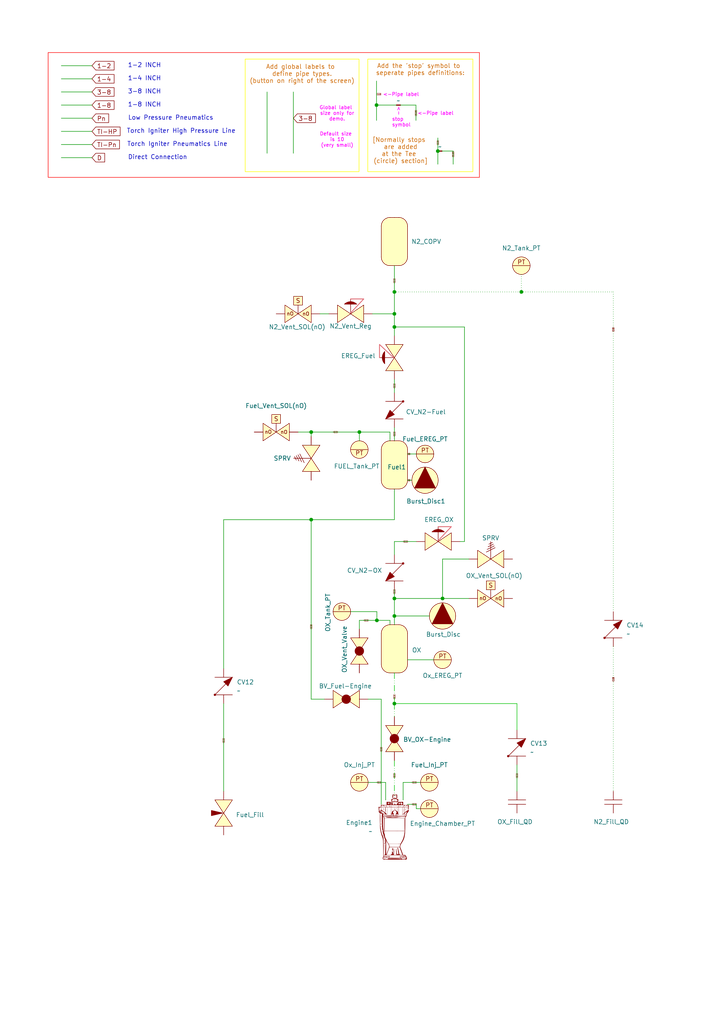
<source format=kicad_sch>
(kicad_sch (version 20250114) (generator "eeschema") (generator_version "9.0")
  (paper "A4" portrait)
  (lib_symbols
    (symbol "Ball_Valve_1"
      (property "Reference" "BV" (at 3.81 -4.318 0))
      (symbol "Ball_Valve_1_1_1"
        (pin passive line (at -2.54 0 0) (length 2.54) (name "") (number ""))
        (pin passive line (at 10.16 0 180) (length 2.54) (name "") (number ""))
      )
    )
    (symbol "Ball_Valve_2"
      (property "Reference" "BV" (at 3.81 -4.318 0))
      (symbol "Ball_Valve_2_1_1"
        (pin passive line (at -2.54 0 0) (length 2.54) (name "") (number ""))
        (pin passive line (at 10.16 0 180) (length 2.54) (name "") (number ""))
      )
    )
    (symbol "Burst_Disc_1"
      (property "Reference" "Burst_Disc" (at 0 -5.334 0))
      (symbol "Burst_Disc_1_1_1"
        (pin passive line (at -3.81 0 0) (length 0) (name "") (number ""))
        (pin passive line (at 0 -3.81 90) (length 0) (name "") (number ""))
        (pin passive line (at 3.81 0 180) (length 0) (name "") (number ""))
      )
    )
    (symbol "Check_Valve_1"
      (property "Reference" "CV" (at 2.54 -4.064 0))
      (symbol "Check_Valve_1_1_1"
        (pin bidirectional line (at -2.54 0 0) (length 2.54) (name "") (number ""))
        (pin bidirectional line (at 7.62 0 180) (length 2.54) (name "") (number ""))
      )
    )
    (symbol "Check_Valve_2"
      (property "Reference" "CV" (at 2.54 -4.064 0))
      (symbol "Check_Valve_2_1_1"
        (pin bidirectional line (at -2.54 0 0) (length 2.54) (name "") (number ""))
        (pin bidirectional line (at 7.62 0 180) (length 2.54) (name "") (number ""))
      )
    )
    (symbol "Check_Valve_3"
      (property "Reference" "CV" (at 2.54 -4.064 0))
      (symbol "Check_Valve_3_1_1"
        (pin bidirectional line (at -2.54 0 0) (length 2.54) (name "") (number ""))
        (pin bidirectional line (at 7.62 0 180) (length 2.54) (name "") (number ""))
      )
    )
    (symbol "Check_Valve_4"
      (property "Reference" "CV" (at 2.54 -4.064 0))
      (symbol "Check_Valve_4_1_1"
        (pin bidirectional line (at -2.54 0 0) (length 2.54) (name "") (number ""))
        (pin bidirectional line (at 7.62 0 180) (length 2.54) (name "") (number ""))
      )
    )
    (symbol "Normally Open Solenoid_1"
      (property "Reference" "nO_Sol" (at 3.81 -3.81 0))
      (symbol "Normally Open Solenoid_1_1_1"
        (text "nO\n\n" (at 1.524 -0.762 0) (effects (font (size 1 1))))
        (text "S\n" (at 3.81 3.81 0) (effects (font (size 1.27 1.27))))
        (text "nO" (at 6.096 0 0) (effects (font (size 1 1))))
        (pin passive line (at -2.54 0 0) (length 2.54) (name "") (number ""))
        (pin passive line (at 10.16 0 180) (length 2.54) (name "") (number ""))
      )
    )
    (symbol "Normally Open Solenoid_2"
      (property "Reference" "nO_Sol" (at 3.81 -3.81 0))
      (symbol "Normally Open Solenoid_2_1_1"
        (text "nO\n\n" (at 1.524 -0.762 0) (effects (font (size 1 1))))
        (text "S\n" (at 3.81 3.81 0) (effects (font (size 1.27 1.27))))
        (text "nO" (at 6.096 0 0) (effects (font (size 1 1))))
        (pin passive line (at -2.54 0 0) (length 2.54) (name "") (number ""))
        (pin passive line (at 10.16 0 180) (length 2.54) (name "") (number ""))
      )
    )
    (symbol "PID_symbols:Ball_Valve"
      (property "Reference" "BV" (at 3.81 -4.318 0))
      (symbol "Ball_Valve_1_1"
        (pin passive line (at -2.54 0 0) (length 2.54) (name "") (number ""))
        (pin passive line (at 10.16 0 180) (length 2.54) (name "") (number ""))
      )
    )
    (symbol "PID_symbols:Burst_Disc"
      (property "Reference" "Burst_Disc" (at 0 -5.334 0))
      (symbol "Burst_Disc_1_1"
        (pin passive line (at -3.81 0 0) (length 0) (name "") (number ""))
        (pin passive line (at 0 -3.81 90) (length 0) (name "") (number ""))
        (pin passive line (at 3.81 0 180) (length 0) (name "") (number ""))
      )
    )
    (symbol "PID_symbols:Check_Valve"
      (property "Reference" "CV" (at 2.54 -4.064 0))
      (symbol "Check_Valve_1_1"
        (pin bidirectional line (at -2.54 0 0) (length 2.54) (name "") (number ""))
        (pin bidirectional line (at 7.62 0 180) (length 2.54) (name "") (number ""))
      )
    )
    (symbol "PID_symbols:Engine"
      (property "Reference" "Engine" (at 0 0 0))
      (symbol "Engine_1_1"
        (pin input line (at -3.81 3.81 0) (length 0) (name "") (number ""))
        (pin input line (at -2.54 5.08 0) (length 0) (name "") (number ""))
        (pin input line (at 0 6.35 0) (length 0) (name "") (number ""))
        (pin input line (at 2.54 5.08 0) (length 0) (name "") (number ""))
        (pin input line (at 3.81 3.81 0) (length 0) (name "") (number ""))
      )
    )
    (symbol "PID_symbols:Needle_Valve"
      (property "Reference" "Needle_Valve" (at 3.556 -3.81 0))
      (symbol "Needle_Valve_1_1"
        (pin passive line (at -2.54 0 0) (length 2.54) (name "") (number ""))
        (pin passive line (at 10.16 0 180) (length 2.54) (name "") (number ""))
      )
    )
    (symbol "PID_symbols:Normally Open Solenoid"
      (property "Reference" "nO_Sol" (at 3.81 -3.81 0))
      (symbol "Normally Open Solenoid_1_1"
        (text "nO\n\n" (at 1.524 -0.762 0) (effects (font (size 1 1))))
        (text "S\n" (at 3.81 3.81 0) (effects (font (size 1.27 1.27))))
        (text "nO" (at 6.096 0 0) (effects (font (size 1 1))))
        (pin passive line (at -2.54 0 0) (length 2.54) (name "") (number ""))
        (pin passive line (at 10.16 0 180) (length 2.54) (name "") (number ""))
      )
    )
    (symbol "PID_symbols:Pressure_Regulator"
      (property "Reference" "Reg" (at 3.81 -2.54 0))
      (symbol "Pressure_Regulator_1_1"
        (pin passive line (at -2.54 0 0) (length 2.54) (name "") (number ""))
        (pin passive line (at 10.16 0 180) (length 2.54) (name "") (number ""))
      )
    )
    (symbol "PID_symbols:Pressure_Transducer"
      (property "Reference" "PT" (at 0 -3.81 0))
      (symbol "Pressure_Transducer_1_1"
        (text "PT\n" (at 0 1.016 0) (effects (font (size 1.27 1.27))))
        (pin passive line (at -2.54 0 0) (length 0) (name "") (number ""))
        (pin passive line (at 0 -2.54 90) (length 0) (name "") (number ""))
        (pin passive line (at 2.54 0 180) (length 0) (name "") (number ""))
      )
    )
    (symbol "PID_symbols:Quick_Disconnect"
      (property "Reference" "QD" (at 0.762 -4.572 0))
      (symbol "Quick_Disconnect_1_1"
        (pin passive line (at -2.54 0 0) (length 2.54) (name "") (number ""))
        (pin passive line (at 3.81 0 180) (length 2.54) (name "") (number ""))
      )
    )
    (symbol "PID_symbols:SPRV"
      (property "Reference" "SPRV" (at 3.556 -3.302 0))
      (symbol "SPRV_1_1"
        (pin passive line (at -2.54 0 0) (length 2.54) (name "") (number ""))
        (pin passive line (at 10.16 0 180) (length 2.54) (name "") (number ""))
      )
    )
    (symbol "PID_symbols:Tank"
      (property "Reference" "T" (at 6.35 5.08 0))
      (symbol "Tank_1_1"
        (pin passive line (at 1.27 11.43 270) (length 0) (name "") (number ""))
        (pin passive line (at 1.27 -2.54 90) (length 0) (name "") (number ""))
      )
    )
    (symbol "PID_symbols:stop" (in_bom no) (on_board no)
      (symbol "stop_1_1"
        (pin bidirectional line (at -1.27 0 0) (length 0) (name "") (number ""))
        (pin bidirectional line (at 0 0 180) (length 0) (name "") (number ""))
      )
    )
    (symbol "Pressure_Regulator_1"
      (property "Reference" "Reg" (at 3.81 -2.54 0))
      (symbol "Pressure_Regulator_1_1_1"
        (pin passive line (at -2.54 0 0) (length 2.54) (name "") (number ""))
        (pin passive line (at 10.16 0 180) (length 2.54) (name "") (number ""))
      )
    )
    (symbol "Pressure_Regulator_2"
      (property "Reference" "Reg" (at 3.81 -2.54 0))
      (symbol "Pressure_Regulator_2_1_1"
        (pin passive line (at -2.54 0 0) (length 2.54) (name "") (number ""))
        (pin passive line (at 10.16 0 180) (length 2.54) (name "") (number ""))
      )
    )
    (symbol "Pressure_Transducer_1"
      (property "Reference" "PT" (at 0 -3.81 0))
      (symbol "Pressure_Transducer_1_1_1"
        (text "PT\n" (at 0 1.016 0) (effects (font (size 1.27 1.27))))
        (pin passive line (at -2.54 0 0) (length 0) (name "") (number ""))
        (pin passive line (at 0 -2.54 90) (length 0) (name "") (number ""))
        (pin passive line (at 2.54 0 180) (length 0) (name "") (number ""))
      )
    )
    (symbol "Pressure_Transducer_2"
      (property "Reference" "PT" (at 0 -3.81 0))
      (symbol "Pressure_Transducer_2_1_1"
        (text "PT\n" (at 0 1.016 0) (effects (font (size 1.27 1.27))))
        (pin passive line (at -2.54 0 0) (length 0) (name "") (number ""))
        (pin passive line (at 0 -2.54 90) (length 0) (name "") (number ""))
        (pin passive line (at 2.54 0 180) (length 0) (name "") (number ""))
      )
    )
    (symbol "Pressure_Transducer_3"
      (property "Reference" "PT" (at 0 -3.81 0))
      (symbol "Pressure_Transducer_3_1_1"
        (text "PT\n" (at 0 1.016 0) (effects (font (size 1.27 1.27))))
        (pin passive line (at -2.54 0 0) (length 0) (name "") (number ""))
        (pin passive line (at 0 -2.54 90) (length 0) (name "") (number ""))
        (pin passive line (at 2.54 0 180) (length 0) (name "") (number ""))
      )
    )
    (symbol "Pressure_Transducer_4"
      (property "Reference" "PT" (at 0 -3.81 0))
      (symbol "Pressure_Transducer_4_1_1"
        (text "PT\n" (at 0 1.016 0) (effects (font (size 1.27 1.27))))
        (pin passive line (at -2.54 0 0) (length 0) (name "") (number ""))
        (pin passive line (at 0 -2.54 90) (length 0) (name "") (number ""))
        (pin passive line (at 2.54 0 180) (length 0) (name "") (number ""))
      )
    )
    (symbol "Pressure_Transducer_5"
      (property "Reference" "PT" (at 0 -3.81 0))
      (symbol "Pressure_Transducer_5_1_1"
        (text "PT\n" (at 0 1.016 0) (effects (font (size 1.27 1.27))))
        (pin passive line (at -2.54 0 0) (length 0) (name "") (number ""))
        (pin passive line (at 0 -2.54 90) (length 0) (name "") (number ""))
        (pin passive line (at 2.54 0 180) (length 0) (name "") (number ""))
      )
    )
    (symbol "Pressure_Transducer_6"
      (property "Reference" "PT" (at 0 -3.81 0))
      (symbol "Pressure_Transducer_6_1_1"
        (text "PT\n" (at 0 1.016 0) (effects (font (size 1.27 1.27))))
        (pin passive line (at -2.54 0 0) (length 0) (name "") (number ""))
        (pin passive line (at 0 -2.54 90) (length 0) (name "") (number ""))
        (pin passive line (at 2.54 0 180) (length 0) (name "") (number ""))
      )
    )
    (symbol "Pressure_Transducer_7"
      (property "Reference" "PT" (at 0 -3.81 0))
      (symbol "Pressure_Transducer_7_1_1"
        (text "PT\n" (at 0 1.016 0) (effects (font (size 1.27 1.27))))
        (pin passive line (at -2.54 0 0) (length 0) (name "") (number ""))
        (pin passive line (at 0 -2.54 90) (length 0) (name "") (number ""))
        (pin passive line (at 2.54 0 180) (length 0) (name "") (number ""))
      )
    )
    (symbol "Quick_Disconnect_1"
      (property "Reference" "QD" (at 0.762 -4.572 0))
      (symbol "Quick_Disconnect_1_1_1"
        (pin passive line (at -2.54 0 0) (length 2.54) (name "") (number ""))
        (pin passive line (at 3.81 0 180) (length 2.54) (name "") (number ""))
      )
    )
    (symbol "SPRV_1"
      (property "Reference" "SPRV" (at 3.556 -3.302 0))
      (symbol "SPRV_1_1_1"
        (pin passive line (at -2.54 0 0) (length 2.54) (name "") (number ""))
        (pin passive line (at 10.16 0 180) (length 2.54) (name "") (number ""))
      )
    )
    (symbol "Tank_1"
      (property "Reference" "T" (at 6.35 5.08 0))
      (symbol "Tank_1_1_1"
        (pin passive line (at 1.27 11.43 270) (length 0) (name "") (number ""))
        (pin passive line (at 1.27 -2.54 90) (length 0) (name "") (number ""))
      )
    )
    (symbol "Tank_2"
      (property "Reference" "T" (at 6.35 5.08 0))
      (symbol "Tank_2_1_1"
        (pin passive line (at 1.27 11.43 270) (length 0) (name "") (number ""))
        (pin passive line (at 1.27 -2.54 90) (length 0) (name "") (number ""))
      )
    )
    (symbol "stop_1" (in_bom no) (on_board no)
      (symbol "stop_1_1_1"
        (pin bidirectional line (at -1.27 0 0) (length 0) (name "") (number ""))
        (pin bidirectional line (at 0 0 180) (length 0) (name "") (number ""))
      )
    )
  )
  (rectangle (start 13.97 15.24) (end 139.065 51.435) (stroke (width 0) (color 255 0 0 1)))
  (rectangle (start 71.12 17.145) (end 104.14 49.784) (stroke (width 0) (color 255 255 0 1)))
  (rectangle (start 106.68 17.145) (end 137.16 49.784) (stroke (width 0) (color 255 255 0 1)))
  (text "Global label \nsize only for\ndemo." (at 97.79 33.02 0) (effects (font (size 1.016 1.016))))
  (text "Add the 'stop' symbol to \nseperate pipes definitions:\n" (at 121.92 20.32 0) (effects (font (size 1.27 1.27))))
  (text "[Normally stops \nare added\nat the Tee \n(circle) section]" (at 116.205 43.815 0) (effects (font (size 1.27 1.27))))
  (text "Low Pressure Pneumatics" (at 49.53 34.29 0) (effects (font (size 1.27 1.27))))
  (text "Torch Igniter Pneumatics Line" (at 51.435 41.91 0) (effects (font (size 1.27 1.27))))
  (text "1-4 INCH\n" (at 41.91 22.86 0) (effects (font (size 1.27 1.27))))
  (text "<-Pipe label\n" (at 116.332 27.559 0) (effects (font (size 1.016 1.016))))
  (text " Torch Igniter High Pressure Line" (at 52.07 38.1 0) (effects (font (size 1.27 1.27))))
  (text "1-8 INCH\n" (at 41.91 30.48 0) (effects (font (size 1.27 1.27))))
  (text "Default size \nis 10\n(very small)\n" (at 97.79 40.64 0) (effects (font (size 1.016 1.016))))
  (text "stop\nsymbol" (at 113.665 35.56 0) (effects (font (size 1.016 1.016)) (justify left)))
  (text "->" (at 115.57 32.385 90) (effects (font (size 1.016 1.016))))
  (text "<-Pipe label\n" (at 126.365 33.02 0) (effects (font (size 1.016 1.016))))
  (text "Add global labels to \ndefine pipe types.\n(button on right of the screen)" (at 87.63 21.59 0) (effects (font (size 1.27 1.27))))
  (text "1-2 INCH\n" (at 41.91 19.05 0) (effects (font (size 1.27 1.27))))
  (text "3-8 INCH\n" (at 41.91 26.67 0) (effects (font (size 1.27 1.27))))
  (text "Direct Connection" (at 45.72 45.72 0) (effects (font (size 1.27 1.27))))
  (junction (at 109.22 30.48))
  (junction (at 151.2282 84.6593))
  (junction (at 114.3982 178.6393))
  (junction (at 114.3982 84.6593))
  (junction (at 114.3982 204.0393))
  (junction (at 90.2682 125.2993))
  (junction (at 114.3982 173.5593))
  (junction (at 114.3982 94.8193))
  (junction (at 128.3682 173.5593))
  (junction (at 114.3982 91.0093))
  (junction (at 127 43.815))
  (junction (at 90.2682 150.6993))
  (junction (at 109.3182 179.9093))
  (junction (at 104.2382 125.2993))
  (wire (pts (xy 116.9382 231.9793) (xy 116.9382 226.8993)))
  (wire (pts (xy 86.4582 125.2993) (xy 90.2682 125.2993)))
  (wire (pts (xy 106.7782 202.7693) (xy 110.5882 202.7693)))
  (wire (pts (xy 90.2682 125.2993) (xy 104.2382 125.2993)))
  (wire (pts (xy 114.3982 110.0593) (xy 114.3982 113.8693)))
  (wire (pts (xy 17.78 30.48) (xy 26.67 30.48)))
  (wire (pts (xy 151.2282 84.6593) (xy 177.8982 84.6593)) (stroke (width 0) (type dot)))
  (wire (pts (xy 114.3982 178.6393) (xy 124.5582 178.6393)))
  (wire (pts (xy 64.8682 150.6993) (xy 90.2682 150.6993)))
  (wire (pts (xy 120.7482 234.5193) (xy 122.0182 234.5193)))
  (wire (pts (xy 128.3682 173.5593) (xy 135.9882 173.5593)))
  (wire (pts (xy 177.8982 84.6593) (xy 177.8982 177.3693)) (stroke (width 0) (type dot)))
  (wire (pts (xy 108.0482 91.0093) (xy 114.3982 91.0093)))
  (wire (pts (xy 110.5882 202.7693) (xy 110.5882 233.2493)))
  (wire (pts (xy 109.3182 179.9093) (xy 109.3182 177.3693)))
  (wire (pts (xy 64.8682 204.0393) (xy 64.8682 229.4393)))
  (wire (pts (xy 114.3982 141.8093) (xy 114.3982 150.6993)))
  (wire (pts (xy 127 43.815) (xy 127 47.625)))
  (wire (pts (xy 17.78 26.67) (xy 26.67 26.67)))
  (wire (pts (xy 118.2082 233.2493) (xy 120.7482 233.2493)))
  (wire (pts (xy 114.3982 195.1493) (xy 114.3982 204.0393)) (stroke (width 0) (type dash_dot_dot) (color 0 194 0 1)))
  (wire (pts (xy 133.4482 157.0493) (xy 134.7182 157.0493)))
  (wire (pts (xy 109.22 30.48) (xy 109.22 34.925)))
  (wire (pts (xy 104.2382 125.2993) (xy 113.1282 125.2993)))
  (wire (pts (xy 120.65 30.48) (xy 120.65 34.925)))
  (wire (pts (xy 151.2282 79.5793) (xy 151.2282 84.6593)) (stroke (width 0) (type dot)))
  (wire (pts (xy 114.3982 77.0393) (xy 114.3982 84.6593)))
  (wire (pts (xy 120.7482 233.2493) (xy 120.7482 234.5193)))
  (wire (pts (xy 114.3982 204.0393) (xy 114.3982 207.8493)) (stroke (width 0) (type dash_dot_dot) (color 0 194 0 1)))
  (wire (pts (xy 114.3982 94.8193) (xy 134.7182 94.8193)))
  (wire (pts (xy 85.09 26.67) (xy 85.09 44.45)))
  (wire (pts (xy 17.78 41.91) (xy 26.67 41.91)))
  (wire (pts (xy 64.8682 193.8793) (xy 64.8682 150.6993)))
  (wire (pts (xy 114.3982 84.6593) (xy 114.3982 91.0093)))
  (wire (pts (xy 131.445 43.815) (xy 131.445 47.625)))
  (wire (pts (xy 127 40.005) (xy 127 43.815)))
  (wire (pts (xy 114.3982 91.0093) (xy 114.3982 94.8193)))
  (wire (pts (xy 17.78 34.29) (xy 26.67 34.29)))
  (wire (pts (xy 114.3982 84.6593) (xy 151.2282 84.6593)) (stroke (width 0) (type dot)))
  (wire (pts (xy 128.3682 173.5593) (xy 128.3682 162.1293)))
  (wire (pts (xy 177.8982 187.5293) (xy 177.8982 229.4393)) (stroke (width 0) (type dot)))
  (wire (pts (xy 104.2382 179.9093) (xy 104.2382 182.4493)))
  (wire (pts (xy 113.1282 127.8393) (xy 113.1282 125.2993)))
  (wire (pts (xy 128.27 43.815) (xy 131.445 43.815)))
  (wire (pts (xy 101.6982 177.3693) (xy 109.3182 177.3693)))
  (wire (pts (xy 149.9582 221.8193) (xy 149.9582 229.4393)))
  (wire (pts (xy 109.22 23.495) (xy 109.22 30.48)))
  (wire (pts (xy 114.3982 150.6993) (xy 90.2682 150.6993)))
  (wire (pts (xy 118.2082 131.6493) (xy 120.7482 131.6493)))
  (wire (pts (xy 90.2682 150.6993) (xy 90.2682 202.7693)))
  (wire (pts (xy 114.3982 171.0193) (xy 114.3982 173.5593)))
  (wire (pts (xy 120.7482 157.0493) (xy 114.3982 157.0493)))
  (wire (pts (xy 118.2082 139.2693) (xy 119.4782 139.2693)))
  (wire (pts (xy 109.22 30.48) (xy 114.935 30.48)))
  (wire (pts (xy 109.3182 179.9093) (xy 104.2382 179.9093)))
  (wire (pts (xy 114.3982 178.6393) (xy 114.3982 181.1793)))
  (wire (pts (xy 114.3982 124.0293) (xy 114.3982 127.8393)))
  (wire (pts (xy 113.1282 179.9093) (xy 109.3182 179.9093)))
  (wire (pts (xy 149.9582 204.0393) (xy 149.9582 211.6593)) (stroke (width 0) (color 0 194 0 1)))
  (wire (pts (xy 114.3982 220.5493) (xy 114.3982 230.7093)) (stroke (width 0) (type dash_dot_dot) (color 0 194 0 1)))
  (wire (pts (xy 17.78 22.86) (xy 26.67 22.86)))
  (wire (pts (xy 104.2382 125.2993) (xy 104.2382 127.8393)))
  (wire (pts (xy 114.3982 173.5593) (xy 114.3982 178.6393)))
  (wire (pts (xy 116.205 30.48) (xy 120.65 30.48)))
  (wire (pts (xy 114.3982 173.5593) (xy 128.3682 173.5593)))
  (wire (pts (xy 113.1282 181.1793) (xy 113.1282 179.9093)))
  (wire (pts (xy 111.8582 226.8993) (xy 106.7782 226.8993)))
  (wire (pts (xy 114.3982 94.8193) (xy 114.3982 97.3593)))
  (wire (pts (xy 77.47 26.67) (xy 77.47 44.45)))
  (wire (pts (xy 116.9382 226.8993) (xy 122.0182 226.8993)))
  (wire (pts (xy 90.2682 125.2993) (xy 90.2682 126.5693)))
  (wire (pts (xy 17.78 19.05) (xy 26.67 19.05)))
  (wire (pts (xy 128.3682 162.1293) (xy 135.9882 162.1293)))
  (wire (pts (xy 92.8082 91.0093) (xy 95.3482 91.0093)))
  (wire (pts (xy 90.2682 202.7693) (xy 94.0782 202.7693)))
  (wire (pts (xy 17.78 45.72) (xy 26.67 45.72)))
  (wire (pts (xy 118.2082 191.3393) (xy 125.8282 191.3393)))
  (wire (pts (xy 17.78 38.1) (xy 26.67 38.1)))
  (wire (pts (xy 114.3982 157.0493) (xy 114.3982 160.8593)))
  (wire (pts (xy 134.7182 94.8193) (xy 134.7182 157.0493)))
  (wire (pts (xy 114.3982 204.0393) (xy 149.9582 204.0393)) (stroke (width 0) (color 0 194 0 1)))
  (wire (pts (xy 111.8582 231.9793) (xy 111.8582 226.8993)))
  (global_label "1-2" (shape input) (at 110.5882 218.0093 90) (effects (font (size 0.254 0.254))) (property "Intersheetrefs" "${INTERSHEET_REFS}" (effects (hide yes))))
  (global_label "1-4" (shape input) (at 114.3982 112.5993 90) (effects (font (size 0.254 0.254))) (property "Intersheetrefs" "${INTERSHEET_REFS}" (effects (hide yes))))
  (global_label "3-4" (shape input) (at 114.3982 202.7693 90) (effects (font (size 0.254 0.254))) (property "Intersheetrefs" "${INTERSHEET_REFS}" (effects (hide yes))))
  (global_label "Pn" (shape input) (at 26.67 34.29 0) (property "Intersheetrefs" "${INTERSHEET_REFS}" (effects (hide yes))))
  (global_label "1-8" (shape input) (at 177.8982 94.8193 270) (effects (font (size 0.254 0.254))) (property "Intersheetrefs" "${INTERSHEET_REFS}" (effects (hide yes))))
  (global_label "1-4" (shape input) (at 96.6182 125.2993 0) (effects (font (size 0.254 0.254))) (property "Intersheetrefs" "${INTERSHEET_REFS}" (effects (hide yes))))
  (global_label "TI-HP" (shape input) (at 131.445 43.815 270) (effects (font (size 0.254 0.254))) (property "Intersheetrefs" "${INTERSHEET_REFS}" (effects (hide yes))))
  (global_label "3-8" (shape input) (at 26.67 26.67 0) (property "Intersheetrefs" "${INTERSHEET_REFS}" (effects (hide yes))))
  (global_label "TI-Pn" (shape input) (at 26.67 41.91 0) (property "Intersheetrefs" "${INTERSHEET_REFS}" (effects (hide yes))))
  (global_label "1-2" (shape input) (at 90.2682 182.4493 90) (effects (font (size 0.254 0.254))) (property "Intersheetrefs" "${INTERSHEET_REFS}" (effects (hide yes))))
  (global_label "1-4" (shape input) (at 119.4782 226.8993 0) (effects (font (size 0.254 0.254))) (property "Intersheetrefs" "${INTERSHEET_REFS}" (effects (hide yes))))
  (global_label "TI-HP" (shape input) (at 26.67 38.1 0) (property "Intersheetrefs" "${INTERSHEET_REFS}" (effects (hide yes))))
  (global_label "3-8" (shape input) (at 85.09 34.29 0) (property "Intersheetrefs" "${INTERSHEET_REFS}" (effects (hide yes))))
  (global_label "1-8" (shape input) (at 26.67 30.48 0) (property "Intersheetrefs" "${INTERSHEET_REFS}" (effects (hide yes))))
  (global_label "1-4" (shape input) (at 109.3182 226.8993 0) (effects (font (size 0.254 0.254))) (property "Intersheetrefs" "${INTERSHEET_REFS}" (effects (hide yes))))
  (global_label "D" (shape input) (at 118.2082 131.6493 0) (effects (font (size 0.254 0.254))) (property "Intersheetrefs" "${INTERSHEET_REFS}" (effects (hide yes))))
  (global_label "1-4" (shape input) (at 114.3982 126.5693 90) (effects (font (size 0.254 0.254))) (property "Intersheetrefs" "${INTERSHEET_REFS}" (effects (hide yes))))
  (global_label "1-4" (shape input) (at 64.8682 215.4693 90) (effects (font (size 0.254 0.254))) (property "Intersheetrefs" "${INTERSHEET_REFS}" (effects (hide yes))))
  (global_label "1-4" (shape input) (at 105.5082 179.9093 0) (effects (font (size 0.254 0.254))) (property "Intersheetrefs" "${INTERSHEET_REFS}" (effects (hide yes))))
  (global_label "1-4" (shape input) (at 26.67 22.86 0) (property "Intersheetrefs" "${INTERSHEET_REFS}" (effects (hide yes))))
  (global_label "1-4" (shape input) (at 114.3982 172.2893 90) (effects (font (size 0.254 0.254))) (property "Intersheetrefs" "${INTERSHEET_REFS}" (effects (hide yes))))
  (global_label "1-4" (shape input) (at 116.9382 157.0493 0) (effects (font (size 0.254 0.254))) (property "Intersheetrefs" "${INTERSHEET_REFS}" (effects (hide yes))))
  (global_label "1-2" (shape input) (at 109.22 27.305 0) (effects (font (size 0.254 0.254))) (property "Intersheetrefs" "${INTERSHEET_REFS}" (effects (hide yes))))
  (global_label "D" (shape input) (at 26.67 45.72 0) (property "Intersheetrefs" "${INTERSHEET_REFS}" (effects (hide yes))))
  (global_label "D" (shape input) (at 118.2082 139.2693 0) (effects (font (size 0.254 0.254))) (property "Intersheetrefs" "${INTERSHEET_REFS}" (effects (hide yes))))
  (global_label "1-8" (shape input) (at 177.8982 197.6893 90) (effects (font (size 0.254 0.254))) (property "Intersheetrefs" "${INTERSHEET_REFS}" (effects (hide yes))))
  (global_label "3-4" (shape input) (at 114.3982 225.6293 90) (effects (font (size 0.254 0.254))) (property "Intersheetrefs" "${INTERSHEET_REFS}" (effects (hide yes))))
  (global_label "TI-HP" (shape input) (at 120.65 33.655 90) (effects (font (size 0.254 0.254))) (property "Intersheetrefs" "${INTERSHEET_REFS}" (effects (hide yes))))
  (global_label "1-4" (shape input) (at 114.3982 82.1193 90) (effects (font (size 0.254 0.254))) (property "Intersheetrefs" "${INTERSHEET_REFS}" (effects (hide yes))))
  (global_label "1-4" (shape input) (at 119.4782 233.2493 0) (effects (font (size 0.254 0.254))) (property "Intersheetrefs" "${INTERSHEET_REFS}" (effects (hide yes))))
  (global_label "1-2" (shape input) (at 127 40.64 270) (effects (font (size 0.254 0.254))) (property "Intersheetrefs" "${INTERSHEET_REFS}" (effects (hide yes))))
  (global_label "1-2" (shape input) (at 26.67 19.05 0) (property "Intersheetrefs" "${INTERSHEET_REFS}" (effects (hide yes))))
  (global_label "1-4" (shape input) (at 149.9582 225.6293 90) (effects (font (size 0.254 0.254))) (property "Intersheetrefs" "${INTERSHEET_REFS}" (effects (hide yes))))
  (symbol (lib_name "stop_1") (lib_id "PID_symbols:stop") (at 128.27 43.815 0) (unit 1) (in_bom no) (on_board no)
    (property "Reference" "U4" (effects (hide yes)))
    (property "Value" "~" (at 127.635 42.545 0))
  )
  (symbol (lib_id "PID_symbols:Ball_Valve") (at 96.6182 202.7693 0) (unit 1)
    (property "Reference" "BV_Fuel-Engine" (at 100.1742 198.9593 0))
  )
  (symbol (lib_name "SPRV_1") (lib_id "PID_symbols:SPRV") (at 138.5282 162.1293 0) (unit 1)
    (property "Reference" "SPRV" (at 142.3382 156.0333 0))
  )
  (symbol (lib_id "PID_symbols:SPRV") (at 90.2682 136.7293 90) (unit 1)
    (property "Reference" "SPRV" (at 79.3462 132.9193 90) (effects (justify right)))
  )
  (symbol (lib_name "Quick_Disconnect_1") (lib_id "PID_symbols:Quick_Disconnect") (at 149.9582 233.2493 90) (unit 1)
    (property "Reference" "OX_Fill_QD" (at 154.5302 238.3293 90) (effects (justify left)))
  )
  (symbol (lib_name "Pressure_Transducer_4") (lib_id "PID_symbols:Pressure_Transducer") (at 128.3682 191.3393 0) (unit 1)
    (property "Reference" "Ox_EREG_PT" (at 128.3682 195.9113 0))
  )
  (symbol (lib_id "PID_symbols:Needle_Valve") (at 64.8682 239.5993 90) (unit 1)
    (property "Reference" "Fuel_Fill" (at 68.4242 236.2973 90) (effects (justify right)))
  )
  (symbol (lib_name "Check_Valve_1") (lib_id "PID_symbols:Check_Valve") (at 114.3982 163.3993 270) (unit 1)
    (property "Reference" "CV_N2-OX" (at 110.8422 165.4313 90) (effects (justify right)))
  )
  (symbol (lib_name "Check_Valve_3") (lib_id "PID_symbols:Check_Valve") (at 177.8982 184.9893 90) (unit 1)
    (property "Reference" "CV14" (at 181.7082 181.3062 90) (effects (justify right)))
    (property "Value" "~" (at 181.7082 183.8462 90) (effects (justify right)))
  )
  (symbol (lib_id "PID_symbols:stop") (at 116.205 30.48 0) (unit 1) (in_bom no) (on_board no)
    (property "Reference" "U3" (effects (hide yes)))
    (property "Value" "~" (at 115.57 29.21 0))
  )
  (symbol (lib_name "Ball_Valve_1") (lib_id "PID_symbols:Ball_Valve") (at 114.3982 218.0093 90) (unit 1)
    (property "Reference" "BV_OX-Engine" (at 116.9382 214.4533 90) (effects (justify right)))
  )
  (symbol (lib_id "PID_symbols:Normally Open Solenoid") (at 82.6482 91.0093 0) (unit 1)
    (property "Reference" "N2_Vent_SOL(nO)" (at 86.2042 94.8193 0))
  )
  (symbol (lib_id "PID_symbols:Burst_Disc") (at 123.2882 139.2693 0) (unit 1)
    (property "Reference" "Burst_Disc1" (at 123.5422 145.3653 0))
  )
  (symbol (lib_name "Normally Open Solenoid_2") (lib_id "PID_symbols:Normally Open Solenoid") (at 138.5282 173.5593 0) (unit 1)
    (property "Reference" "OX_Vent_SOL(nO)" (at 143.3542 166.9553 0))
  )
  (symbol (lib_name "Pressure_Transducer_5") (lib_id "PID_symbols:Pressure_Transducer") (at 104.2382 226.8993 0) (unit 1)
    (property "Reference" "Ox_Inj_PT" (at 104.2382 221.8193 0))
  )
  (symbol (lib_name "Pressure_Transducer_3") (lib_id "PID_symbols:Pressure_Transducer") (at 99.1582 177.3693 0) (unit 1)
    (property "Reference" "OX_Tank_PT" (at 95.0942 177.6233 90))
  )
  (symbol (lib_name "Tank_1") (lib_id "PID_symbols:Tank") (at 113.1282 139.2693 0) (unit 1)
    (property "Reference" "Fuel1" (at 112.3662 135.4593 0) (effects (justify left)))
  )
  (symbol (lib_name "Pressure_Transducer_7") (lib_id "PID_symbols:Pressure_Transducer") (at 124.5582 234.5193 0) (unit 1)
    (property "Reference" "Engine_Chamber_PT" (at 128.3682 238.8373 0))
  )
  (symbol (lib_name "Check_Valve_2") (lib_id "PID_symbols:Check_Valve") (at 64.8682 201.4993 90) (unit 1)
    (property "Reference" "CV12" (at 68.6782 197.8162 90) (effects (justify right)))
    (property "Value" "~" (at 68.6782 200.3562 90) (effects (justify right)))
  )
  (symbol (lib_name "Pressure_Regulator_2") (lib_id "PID_symbols:Pressure_Regulator") (at 97.8882 91.0093 0) (unit 1)
    (property "Reference" "N2_Vent_Reg" (at 101.6982 94.5653 0))
    (property "Description" "Pressure Regulator" (effects (hide yes)))
  )
  (symbol (lib_name "Pressure_Transducer_6") (lib_id "PID_symbols:Pressure_Transducer") (at 124.5582 226.8993 0) (unit 1)
    (property "Reference" "Fuel_Inj_PT" (at 124.5582 221.8193 0))
  )
  (symbol (lib_id "PID_symbols:Pressure_Regulator") (at 114.3982 107.5193 90) (unit 1)
    (property "Reference" "EREG_Fuel" (at 98.9042 103.2013 90) (effects (justify right)))
    (property "Description" "Pressure Regulator" (effects (hide yes)))
  )
  (symbol (lib_id "PID_symbols:Check_Valve") (at 114.3982 116.4093 270) (unit 1)
    (property "Reference" "CV_N2-Fuel" (at 117.7002 119.4573 90) (effects (justify left)))
  )
  (symbol (lib_name "Normally Open Solenoid_1") (lib_id "PID_symbols:Normally Open Solenoid") (at 76.2982 125.2993 0) (unit 1)
    (property "Reference" "Fuel_Vent_SOL(nO)" (at 80.1082 117.6793 0))
  )
  (symbol (lib_id "PID_symbols:Pressure_Transducer") (at 151.2282 77.0393 0) (unit 1)
    (property "Reference" "N2_Tank_PT" (at 151.2282 71.9593 0))
  )
  (symbol (lib_name "Ball_Valve_2") (lib_id "PID_symbols:Ball_Valve") (at 104.2382 184.9893 270) (unit 1)
    (property "Reference" "OX_Vent_Valve" (at 99.9202 181.4333 0) (effects (justify left)))
  )
  (symbol (lib_id "PID_symbols:Tank") (at 113.1282 74.4993 0) (unit 1)
    (property "Reference" "N2_COPV" (at 119.3159 70.0542 0) (effects (justify left)))
  )
  (symbol (lib_name "Burst_Disc_1") (lib_id "PID_symbols:Burst_Disc") (at 128.3682 178.6393 0) (unit 1)
    (property "Reference" "Burst_Disc" (at 128.6222 183.9733 0))
  )
  (symbol (lib_id "PID_symbols:Engine") (at 114.3982 237.0593 0) (mirror y) (unit 1)
    (property "Reference" "Engine1" (at 108.0482 238.5761 0) (effects (justify left)))
    (property "Value" "~" (at 108.0482 241.1161 0) (effects (justify left)))
  )
  (symbol (lib_name "Pressure_Transducer_2") (lib_id "PID_symbols:Pressure_Transducer") (at 104.2382 130.3793 180) (unit 1)
    (property "Reference" "FUEL_Tank_PT" (at 103.4762 135.2053 0))
  )
  (symbol (lib_name "Tank_2") (lib_id "PID_symbols:Tank") (at 113.1282 192.6093 0) (unit 1)
    (property "Reference" "OX" (at 119.4782 188.5453 0) (effects (justify left)))
  )
  (symbol (lib_id "PID_symbols:Quick_Disconnect") (at 177.8982 233.2493 90) (unit 1)
    (property "Reference" "N2_Fill_QD" (at 182.4702 238.3293 90) (effects (justify left)))
  )
  (symbol (lib_name "Check_Valve_4") (lib_id "PID_symbols:Check_Valve") (at 149.9582 219.2793 90) (unit 1)
    (property "Reference" "CV13" (at 153.7682 215.5962 90) (effects (justify right)))
    (property "Value" "~" (at 153.7682 218.1362 90) (effects (justify right)))
  )
  (symbol (lib_name "Pressure_Transducer_1") (lib_id "PID_symbols:Pressure_Transducer") (at 123.2882 131.6493 0) (unit 1)
    (property "Reference" "Fuel_EREG_PT" (at 123.2882 127.3313 0))
  )
  (symbol (lib_name "Pressure_Regulator_1") (lib_id "PID_symbols:Pressure_Regulator") (at 123.2882 157.0493 0) (unit 1)
    (property "Reference" "EREG_OX" (at 127.3522 150.6993 0))
    (property "Description" "Pressure Regulator" (effects (hide yes)))
  )
)
</source>
